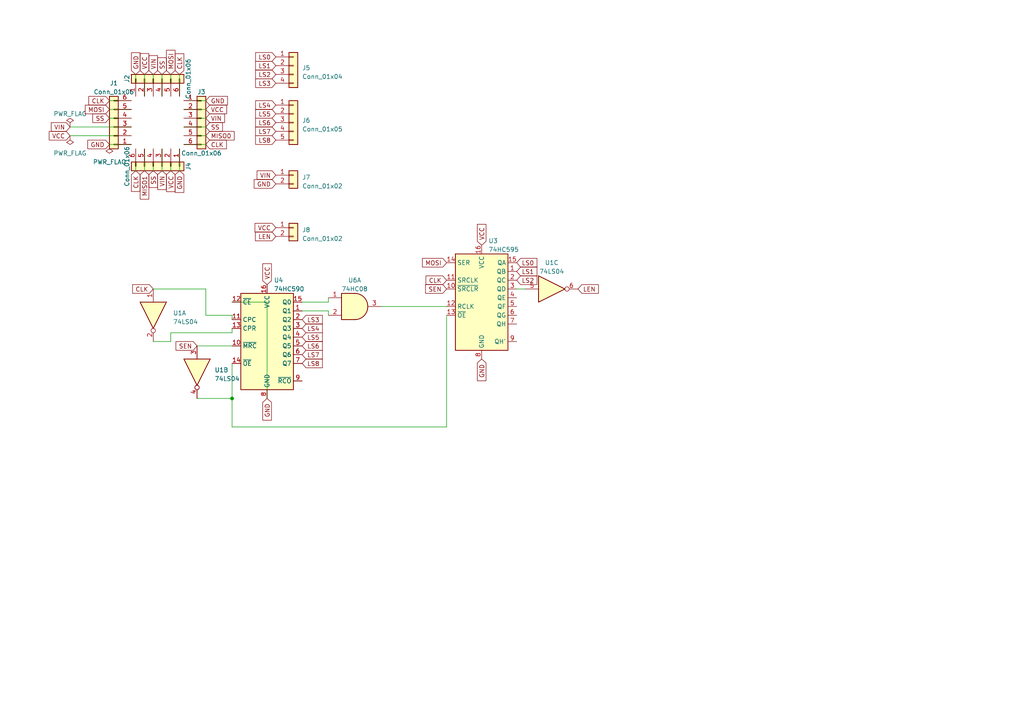
<source format=kicad_sch>
(kicad_sch (version 20230121) (generator eeschema)
  (paper "A4")
  (lib_symbols
    (symbol "74xx:74HC590"
      (property "Reference" "U" (at -7.62 16.51 0))
      (property "Value" "74HC590" (at -7.62 -13.97 0))
      (symbol "74HC590_1_0"
        (pin tri_state line (at 10.16 10.16 180) (length 2.54) (name "Q1") (number "1"))
        (pin input line (at -10.16 0 0) (length 2.54) (name "~{MRC}") (number "10"))
        (pin input line (at -10.16 7.62 0) (length 2.54) (name "CPC") (number "11"))
        (pin input line (at -10.16 12.7 0) (length 2.54) (name "~{CE}") (number "12"))
        (pin input line (at -10.16 5.08 0) (length 2.54) (name "CPR") (number "13"))
        (pin input line (at -10.16 -5.08 0) (length 2.54) (name "~{OE}") (number "14"))
        (pin tri_state line (at 10.16 12.7 180) (length 2.54) (name "Q0") (number "15"))
        (pin power_in line (at 0 17.78 270) (length 2.54) (name "VCC") (number "16"))
        (pin tri_state line (at 10.16 7.62 180) (length 2.54) (name "Q2") (number "2"))
        (pin tri_state line (at 10.16 5.08 180) (length 2.54) (name "Q3") (number "3"))
        (pin tri_state line (at 10.16 2.54 180) (length 2.54) (name "Q4") (number "4"))
        (pin tri_state line (at 10.16 0 180) (length 2.54) (name "Q5") (number "5"))
        (pin tri_state line (at 10.16 -2.54 180) (length 2.54) (name "Q6") (number "6"))
        (pin tri_state line (at 10.16 -5.08 180) (length 2.54) (name "Q7") (number "7"))
        (pin power_in line (at 0 -15.24 90) (length 2.54) (name "GND") (number "8"))
        (pin output line (at 10.16 -10.16 180) (length 2.54) (name "~{RCO}") (number "9"))
      )
      (symbol "74HC590_1_1"
        (rectangle (start -7.62 15.24) (end 7.62 -12.7) (stroke (width 0.254)) (fill (type background)))
      )
    )
    (symbol "74xx:74HC595"
      (property "Reference" "U" (at -7.62 13.97 0))
      (property "Value" "74HC595" (at -7.62 -16.51 0))
      (symbol "74HC595_1_0"
        (pin tri_state line (at 10.16 7.62 180) (length 2.54) (name "QB") (number "1"))
        (pin input line (at -10.16 2.54 0) (length 2.54) (name "~{SRCLR}") (number "10"))
        (pin input line (at -10.16 5.08 0) (length 2.54) (name "SRCLK") (number "11"))
        (pin input line (at -10.16 -2.54 0) (length 2.54) (name "RCLK") (number "12"))
        (pin input line (at -10.16 -5.08 0) (length 2.54) (name "~{OE}") (number "13"))
        (pin input line (at -10.16 10.16 0) (length 2.54) (name "SER") (number "14"))
        (pin tri_state line (at 10.16 10.16 180) (length 2.54) (name "QA") (number "15"))
        (pin power_in line (at 0 15.24 270) (length 2.54) (name "VCC") (number "16"))
        (pin tri_state line (at 10.16 5.08 180) (length 2.54) (name "QC") (number "2"))
        (pin tri_state line (at 10.16 2.54 180) (length 2.54) (name "QD") (number "3"))
        (pin tri_state line (at 10.16 0 180) (length 2.54) (name "QE") (number "4"))
        (pin tri_state line (at 10.16 -2.54 180) (length 2.54) (name "QF") (number "5"))
        (pin tri_state line (at 10.16 -5.08 180) (length 2.54) (name "QG") (number "6"))
        (pin tri_state line (at 10.16 -7.62 180) (length 2.54) (name "QH") (number "7"))
        (pin power_in line (at 0 -17.78 90) (length 2.54) (name "GND") (number "8"))
        (pin output line (at 10.16 -12.7 180) (length 2.54) (name "QH'") (number "9"))
      )
      (symbol "74HC595_1_1"
        (rectangle (start -7.62 12.7) (end 7.62 -15.24) (stroke (width 0.254)) (fill (type background)))
      )
    )
    (symbol "74xx:74LS04"
      (property "Reference" "U" (at 0 1.27 0))
      (property "Value" "74LS04" (at 0 -1.27 0))
      (symbol "74LS04_1_0"
        (polyline (pts (xy -3.81 3.81) (xy -3.81 -3.81) (xy 3.81 0) (xy -3.81 3.81)) (stroke (width 0.254)) (fill (type background)))
        (pin input line (at -7.62 0 0) (length 3.81) (name "~") (number "1"))
        (pin output inverted (at 7.62 0 180) (length 3.81) (name "~") (number "2"))
      )
      (symbol "74LS04_2_0"
        (polyline (pts (xy -3.81 3.81) (xy -3.81 -3.81) (xy 3.81 0) (xy -3.81 3.81)) (stroke (width 0.254)) (fill (type background)))
        (pin input line (at -7.62 0 0) (length 3.81) (name "~") (number "3"))
        (pin output inverted (at 7.62 0 180) (length 3.81) (name "~") (number "4"))
      )
      (symbol "74LS04_3_0"
        (polyline (pts (xy -3.81 3.81) (xy -3.81 -3.81) (xy 3.81 0) (xy -3.81 3.81)) (stroke (width 0.254)) (fill (type background)))
        (pin input line (at -7.62 0 0) (length 3.81) (name "~") (number "5"))
        (pin output inverted (at 7.62 0 180) (length 3.81) (name "~") (number "6"))
      )
      (symbol "74LS04_4_0"
        (polyline (pts (xy -3.81 3.81) (xy -3.81 -3.81) (xy 3.81 0) (xy -3.81 3.81)) (stroke (width 0.254)) (fill (type background)))
        (pin output inverted (at 7.62 0 180) (length 3.81) (name "~") (number "8"))
        (pin input line (at -7.62 0 0) (length 3.81) (name "~") (number "9"))
      )
      (symbol "74LS04_5_0"
        (polyline (pts (xy -3.81 3.81) (xy -3.81 -3.81) (xy 3.81 0) (xy -3.81 3.81)) (stroke (width 0.254)) (fill (type background)))
        (pin output inverted (at 7.62 0 180) (length 3.81) (name "~") (number "10"))
        (pin input line (at -7.62 0 0) (length 3.81) (name "~") (number "11"))
      )
      (symbol "74LS04_6_0"
        (polyline (pts (xy -3.81 3.81) (xy -3.81 -3.81) (xy 3.81 0) (xy -3.81 3.81)) (stroke (width 0.254)) (fill (type background)))
        (pin output inverted (at 7.62 0 180) (length 3.81) (name "~") (number "12"))
        (pin input line (at -7.62 0 0) (length 3.81) (name "~") (number "13"))
      )
      (symbol "74LS04_7_0"
        (pin power_in line (at 0 12.7 270) (length 5.08) (name "VCC") (number "14"))
        (pin power_in line (at 0 -12.7 90) (length 5.08) (name "GND") (number "7"))
      )
      (symbol "74LS04_7_1"
        (rectangle (start -5.08 7.62) (end 5.08 -7.62) (stroke (width 0.254)) (fill (type background)))
      )
    )
    (symbol "Connector_Generic:Conn_01x02" (pin_names (offset 1.016) hide)
      (property "Reference" "J" (at 0 2.54 0))
      (property "Value" "Conn_01x02" (at 0 -5.08 0))
      (symbol "Conn_01x02_1_1"
        (rectangle (start -1.27 -2.413) (end 0 -2.667) (stroke (width 0.1524)))
        (rectangle (start -1.27 0.127) (end 0 -0.127) (stroke (width 0.1524)))
        (rectangle (start -1.27 1.27) (end 1.27 -3.81) (stroke (width 0.254)) (fill (type background)))
        (pin passive line (at -5.08 0 0) (length 3.81) (name "Pin_1") (number "1"))
        (pin passive line (at -5.08 -2.54 0) (length 3.81) (name "Pin_2") (number "2"))
      )
    )
    (symbol "Connector_Generic:Conn_01x04" (pin_names (offset 1.016) hide)
      (property "Reference" "J" (at 0 5.08 0))
      (property "Value" "Conn_01x04" (at 0 -7.62 0))
      (symbol "Conn_01x04_1_1"
        (rectangle (start -1.27 -4.953) (end 0 -5.207) (stroke (width 0.1524)))
        (rectangle (start -1.27 -2.413) (end 0 -2.667) (stroke (width 0.1524)))
        (rectangle (start -1.27 0.127) (end 0 -0.127) (stroke (width 0.1524)))
        (rectangle (start -1.27 2.667) (end 0 2.413) (stroke (width 0.1524)))
        (rectangle (start -1.27 3.81) (end 1.27 -6.35) (stroke (width 0.254)) (fill (type background)))
        (pin passive line (at -5.08 2.54 0) (length 3.81) (name "Pin_1") (number "1"))
        (pin passive line (at -5.08 0 0) (length 3.81) (name "Pin_2") (number "2"))
        (pin passive line (at -5.08 -2.54 0) (length 3.81) (name "Pin_3") (number "3"))
        (pin passive line (at -5.08 -5.08 0) (length 3.81) (name "Pin_4") (number "4"))
      )
    )
    (symbol "Connector_Generic:Conn_01x05" (pin_names (offset 1.016) hide)
      (property "Reference" "J" (at 0 7.62 0))
      (property "Value" "Conn_01x05" (at 0 -7.62 0))
      (symbol "Conn_01x05_1_1"
        (rectangle (start -1.27 -4.953) (end 0 -5.207) (stroke (width 0.1524)))
        (rectangle (start -1.27 -2.413) (end 0 -2.667) (stroke (width 0.1524)))
        (rectangle (start -1.27 0.127) (end 0 -0.127) (stroke (width 0.1524)))
        (rectangle (start -1.27 2.667) (end 0 2.413) (stroke (width 0.1524)))
        (rectangle (start -1.27 5.207) (end 0 4.953) (stroke (width 0.1524)))
        (rectangle (start -1.27 6.35) (end 1.27 -6.35) (stroke (width 0.254)) (fill (type background)))
        (pin passive line (at -5.08 5.08 0) (length 3.81) (name "Pin_1") (number "1"))
        (pin passive line (at -5.08 2.54 0) (length 3.81) (name "Pin_2") (number "2"))
        (pin passive line (at -5.08 0 0) (length 3.81) (name "Pin_3") (number "3"))
        (pin passive line (at -5.08 -2.54 0) (length 3.81) (name "Pin_4") (number "4"))
        (pin passive line (at -5.08 -5.08 0) (length 3.81) (name "Pin_5") (number "5"))
      )
    )
    (symbol "Connector_Generic:Conn_01x06" (pin_names (offset 1.016) hide)
      (property "Reference" "J" (at 0 7.62 0))
      (property "Value" "Conn_01x06" (at 0 -10.16 0))
      (symbol "Conn_01x06_1_1"
        (rectangle (start -1.27 -7.493) (end 0 -7.747) (stroke (width 0.1524)))
        (rectangle (start -1.27 -4.953) (end 0 -5.207) (stroke (width 0.1524)))
        (rectangle (start -1.27 -2.413) (end 0 -2.667) (stroke (width 0.1524)))
        (rectangle (start -1.27 0.127) (end 0 -0.127) (stroke (width 0.1524)))
        (rectangle (start -1.27 2.667) (end 0 2.413) (stroke (width 0.1524)))
        (rectangle (start -1.27 5.207) (end 0 4.953) (stroke (width 0.1524)))
        (rectangle (start -1.27 6.35) (end 1.27 -8.89) (stroke (width 0.254)) (fill (type background)))
        (pin passive line (at -5.08 5.08 0) (length 3.81) (name "Pin_1") (number "1"))
        (pin passive line (at -5.08 2.54 0) (length 3.81) (name "Pin_2") (number "2"))
        (pin passive line (at -5.08 0 0) (length 3.81) (name "Pin_3") (number "3"))
        (pin passive line (at -5.08 -2.54 0) (length 3.81) (name "Pin_4") (number "4"))
        (pin passive line (at -5.08 -5.08 0) (length 3.81) (name "Pin_5") (number "5"))
        (pin passive line (at -5.08 -7.62 0) (length 3.81) (name "Pin_6") (number "6"))
      )
    )
    (symbol "TacTile:74HC08" (pin_names (offset 1.016))
      (property "Reference" "U" (at 0 1.27 0))
      (property "Value" "74HC08" (at 0 -1.27 0))
      (symbol "74HC08_1_1"
        (arc (start 0 -3.81) (mid 3.7934 0) (end 0 3.81) (stroke (width 0.254)) (fill (type background)))
        (polyline (pts (xy 0 3.81) (xy -3.81 3.81) (xy -3.81 -3.81) (xy 0 -3.81)) (stroke (width 0.254)) (fill (type background)))
        (pin input line (at -7.62 2.54 0) (length 3.81) (name "~") (number "1"))
        (pin input line (at -7.62 -2.54 0) (length 3.81) (name "~") (number "2"))
        (pin output line (at 7.62 0 180) (length 3.81) (name "~") (number "3"))
      )
      (symbol "74HC08_1_2"
        (arc (start -3.81 -3.81) (mid -2.589 0) (end -3.81 3.81) (stroke (width 0.254)))
        (arc (start -0.6096 -3.81) (mid 2.1842 -2.5851) (end 3.81 0) (stroke (width 0.254)) (fill (type background)))
        (polyline (pts (xy -3.81 -3.81) (xy -0.635 -3.81)) (stroke (width 0.254)) (fill (type background)))
        (polyline (pts (xy -3.81 3.81) (xy -0.635 3.81)) (stroke (width 0.254)) (fill (type background)))
        (polyline (pts (xy -0.635 3.81) (xy -3.81 3.81) (xy -3.81 3.81) (xy -3.556 3.4036) (xy -3.0226 2.2606) (xy -2.6924 1.0414) (xy -2.6162 -0.254) (xy -2.7686 -1.4986) (xy -3.175 -2.7178) (xy -3.81 -3.81) (xy -3.81 -3.81) (xy -0.635 -3.81)) (stroke (width -25.4)) (fill (type background)))
        (arc (start 3.81 0) (mid 2.1915 2.5936) (end -0.6096 3.81) (stroke (width 0.254)) (fill (type background)))
        (pin input inverted (at -7.62 2.54 0) (length 4.318) (name "~") (number "1"))
        (pin input inverted (at -7.62 -2.54 0) (length 4.318) (name "~") (number "2"))
        (pin output line (at 7.62 0 180) (length 3.81) (name "~") (number "3"))
      )
      (symbol "74HC08_2_1"
        (arc (start 0 -3.81) (mid 3.7934 0) (end 0 3.81) (stroke (width 0.254)) (fill (type background)))
        (polyline (pts (xy 0 3.81) (xy -3.81 3.81) (xy -3.81 -3.81) (xy 0 -3.81)) (stroke (width 0.254)) (fill (type background)))
        (pin input line (at -7.62 2.54 0) (length 3.81) (name "~") (number "4"))
        (pin input line (at -7.62 -2.54 0) (length 3.81) (name "~") (number "5"))
        (pin output line (at 7.62 0 180) (length 3.81) (name "~") (number "6"))
      )
      (symbol "74HC08_2_2"
        (arc (start -3.81 -3.81) (mid -2.589 0) (end -3.81 3.81) (stroke (width 0.254)))
        (arc (start -0.6096 -3.81) (mid 2.1842 -2.5851) (end 3.81 0) (stroke (width 0.254)) (fill (type background)))
        (polyline (pts (xy -3.81 -3.81) (xy -0.635 -3.81)) (stroke (width 0.254)) (fill (type background)))
        (polyline (pts (xy -3.81 3.81) (xy -0.635 3.81)) (stroke (width 0.254)) (fill (type background)))
        (polyline (pts (xy -0.635 3.81) (xy -3.81 3.81) (xy -3.81 3.81) (xy -3.556 3.4036) (xy -3.0226 2.2606) (xy -2.6924 1.0414) (xy -2.6162 -0.254) (xy -2.7686 -1.4986) (xy -3.175 -2.7178) (xy -3.81 -3.81) (xy -3.81 -3.81) (xy -0.635 -3.81)) (stroke (width -25.4)) (fill (type background)))
        (arc (start 3.81 0) (mid 2.1915 2.5936) (end -0.6096 3.81) (stroke (width 0.254)) (fill (type background)))
        (pin input inverted (at -7.62 2.54 0) (length 4.318) (name "~") (number "4"))
        (pin input inverted (at -7.62 -2.54 0) (length 4.318) (name "~") (number "5"))
        (pin output line (at 7.62 0 180) (length 3.81) (name "~") (number "6"))
      )
      (symbol "74HC08_3_1"
        (arc (start 0 -3.81) (mid 3.7934 0) (end 0 3.81) (stroke (width 0.254)) (fill (type background)))
        (polyline (pts (xy 0 3.81) (xy -3.81 3.81) (xy -3.81 -3.81) (xy 0 -3.81)) (stroke (width 0.254)) (fill (type background)))
        (pin input line (at -7.62 -2.54 0) (length 3.81) (name "~") (number "10"))
        (pin output line (at 7.62 0 180) (length 3.81) (name "~") (number "8"))
        (pin input line (at -7.62 2.54 0) (length 3.81) (name "~") (number "9"))
      )
      (symbol "74HC08_3_2"
        (arc (start -3.81 -3.81) (mid -2.589 0) (end -3.81 3.81) (stroke (width 0.254)))
        (arc (start -0.6096 -3.81) (mid 2.1842 -2.5851) (end 3.81 0) (stroke (width 0.254)) (fill (type background)))
        (polyline (pts (xy -3.81 -3.81) (xy -0.635 -3.81)) (stroke (width 0.254)) (fill (type background)))
        (polyline (pts (xy -3.81 3.81) (xy -0.635 3.81)) (stroke (width 0.254)) (fill (type background)))
        (polyline (pts (xy -0.635 3.81) (xy -3.81 3.81) (xy -3.81 3.81) (xy -3.556 3.4036) (xy -3.0226 2.2606) (xy -2.6924 1.0414) (xy -2.6162 -0.254) (xy -2.7686 -1.4986) (xy -3.175 -2.7178) (xy -3.81 -3.81) (xy -3.81 -3.81) (xy -0.635 -3.81)) (stroke (width -25.4)) (fill (type background)))
        (arc (start 3.81 0) (mid 2.1915 2.5936) (end -0.6096 3.81) (stroke (width 0.254)) (fill (type background)))
        (pin input inverted (at -7.62 -2.54 0) (length 4.318) (name "~") (number "10"))
        (pin output line (at 7.62 0 180) (length 3.81) (name "~") (number "8"))
        (pin input inverted (at -7.62 2.54 0) (length 4.318) (name "~") (number "9"))
      )
      (symbol "74HC08_4_1"
        (arc (start 0 -3.81) (mid 3.7934 0) (end 0 3.81) (stroke (width 0.254)) (fill (type background)))
        (polyline (pts (xy 0 3.81) (xy -3.81 3.81) (xy -3.81 -3.81) (xy 0 -3.81)) (stroke (width 0.254)) (fill (type background)))
        (pin output line (at 7.62 0 180) (length 3.81) (name "~") (number "11"))
        (pin input line (at -7.62 2.54 0) (length 3.81) (name "~") (number "12"))
        (pin input line (at -7.62 -2.54 0) (length 3.81) (name "~") (number "13"))
      )
      (symbol "74HC08_4_2"
        (arc (start -3.81 -3.81) (mid -2.589 0) (end -3.81 3.81) (stroke (width 0.254)))
        (arc (start -0.6096 -3.81) (mid 2.1842 -2.5851) (end 3.81 0) (stroke (width 0.254)) (fill (type background)))
        (polyline (pts (xy -3.81 -3.81) (xy -0.635 -3.81)) (stroke (width 0.254)) (fill (type background)))
        (polyline (pts (xy -3.81 3.81) (xy -0.635 3.81)) (stroke (width 0.254)) (fill (type background)))
        (polyline (pts (xy -0.635 3.81) (xy -3.81 3.81) (xy -3.81 3.81) (xy -3.556 3.4036) (xy -3.0226 2.2606) (xy -2.6924 1.0414) (xy -2.6162 -0.254) (xy -2.7686 -1.4986) (xy -3.175 -2.7178) (xy -3.81 -3.81) (xy -3.81 -3.81) (xy -0.635 -3.81)) (stroke (width -25.4)) (fill (type background)))
        (arc (start 3.81 0) (mid 2.1915 2.5936) (end -0.6096 3.81) (stroke (width 0.254)) (fill (type background)))
        (pin output line (at 7.62 0 180) (length 3.81) (name "~") (number "11"))
        (pin input inverted (at -7.62 2.54 0) (length 4.318) (name "~") (number "12"))
        (pin input inverted (at -7.62 -2.54 0) (length 4.318) (name "~") (number "13"))
      )
      (symbol "74HC08_5_0"
        (pin power_in line (at 0 12.7 270) (length 5.08) (name "VCC") (number "14"))
        (pin power_in line (at 0 -12.7 90) (length 5.08) (name "GND") (number "7"))
      )
      (symbol "74HC08_5_1"
        (rectangle (start -5.08 7.62) (end 5.08 -7.62) (stroke (width 0.254)) (fill (type background)))
      )
    )
    (symbol "power:PWR_FLAG" (power) (pin_numbers hide) (pin_names (offset 0) hide)
      (property "Value" "PWR_FLAG" (at 0 3.81 0))
      (symbol "PWR_FLAG_0_0"
        (pin power_out line (at 0 0 90) (length 0) (name "pwr") (number "1"))
      )
      (symbol "PWR_FLAG_0_1"
        (polyline (pts (xy 0 0) (xy 0 1.27) (xy -1.016 1.905) (xy 0 2.54) (xy 1.016 1.905) (xy 0 1.27)))
      )
    )
  )
  (junction (at 67.31 115.57))
  (wire (pts (xy 67.31 123.825) (xy 129.54 123.825)))
  (wire (pts (xy 46.99 21.59) (xy 46.99 27.94)))
  (wire (pts (xy 49.53 43.18) (xy 49.53 49.53)))
  (wire (pts (xy 67.31 91.44) (xy 67.31 92.71)))
  (wire (pts (xy 41.91 43.18) (xy 41.91 49.53)))
  (wire (pts (xy 53.34 39.37) (xy 59.69 39.37)))
  (wire (pts (xy 39.37 21.59) (xy 39.37 27.94)))
  (wire (pts (xy 59.69 83.82) (xy 44.45 83.82)))
  (wire (pts (xy 49.53 96.52) (xy 67.31 96.52)))
  (wire (pts (xy 44.45 21.59) (xy 44.45 27.94)))
  (wire (pts (xy 129.54 123.825) (xy 129.54 91.44)))
  (wire (pts (xy 31.75 34.29) (xy 38.1 34.29)))
  (wire (pts (xy 53.34 34.29) (xy 59.69 34.29)))
  (wire (pts (xy 31.75 41.91) (xy 38.1 41.91)))
  (wire (pts (xy 67.31 91.44) (xy 59.69 91.44)))
  (wire (pts (xy 149.86 83.82) (xy 152.4 83.82)))
  (wire (pts (xy 31.75 31.75) (xy 38.1 31.75)))
  (wire (pts (xy 67.31 96.52) (xy 67.31 95.25)))
  (wire (pts (xy 57.15 100.33) (xy 67.31 100.33)))
  (wire (pts (xy 77.47 87.63) (xy 77.47 115.57)))
  (wire (pts (xy 31.75 29.21) (xy 38.1 29.21)))
  (wire (pts (xy 20.32 39.37) (xy 38.1 39.37)))
  (wire (pts (xy 52.07 21.59) (xy 52.07 27.94)))
  (wire (pts (xy 46.99 43.18) (xy 46.99 49.53)))
  (wire (pts (xy 41.91 21.59) (xy 41.91 27.94)))
  (wire (pts (xy 39.37 43.18) (xy 39.37 49.53)))
  (wire (pts (xy 110.49 88.9) (xy 129.54 88.9)))
  (wire (pts (xy 67.31 115.57) (xy 67.31 105.41)))
  (wire (pts (xy 49.53 99.06) (xy 49.53 96.52)))
  (wire (pts (xy 87.63 87.63) (xy 95.25 87.63)))
  (wire (pts (xy 57.15 115.57) (xy 67.31 115.57)))
  (wire (pts (xy 67.31 87.63) (xy 77.47 87.63)))
  (wire (pts (xy 87.63 90.17) (xy 95.25 90.17)))
  (wire (pts (xy 44.45 99.06) (xy 49.53 99.06)))
  (wire (pts (xy 95.25 87.63) (xy 95.25 86.36)))
  (wire (pts (xy 52.07 43.18) (xy 52.07 49.53)))
  (wire (pts (xy 44.45 43.18) (xy 44.45 49.53)))
  (wire (pts (xy 59.69 91.44) (xy 59.69 83.82)))
  (wire (pts (xy 95.25 90.17) (xy 95.25 91.44)))
  (wire (pts (xy 53.34 31.75) (xy 59.69 31.75)))
  (wire (pts (xy 49.53 21.59) (xy 49.53 27.94)))
  (wire (pts (xy 53.34 41.91) (xy 59.69 41.91)))
  (wire (pts (xy 67.31 115.57) (xy 67.31 123.825)))
  (wire (pts (xy 53.34 29.21) (xy 59.69 29.21)))
  (wire (pts (xy 53.34 36.83) (xy 59.69 36.83)))
  (wire (pts (xy 20.32 36.83) (xy 38.1 36.83)))
  (global_label "GND" (shape input) (at 31.75 41.91 180) (property "Intersheetrefs" "${INTERSHEET_REFS}" (effects hide)))
  (global_label "VIN" (shape input) (at 46.99 49.53 270) (property "Intersheetrefs" "${INTERSHEET_REFS}" (effects hide)))
  (global_label "SEN" (shape input) (at 129.54 83.82 180) (property "Intersheetrefs" "${INTERSHEET_REFS}" (effects hide)))
  (global_label "LEN" (shape input) (at 167.64 83.82 0) (property "Intersheetrefs" "${INTERSHEET_REFS}" (effects hide)))
  (global_label "LS8" (shape input) (at 80.01 40.64 180) (property "Intersheetrefs" "${INTERSHEET_REFS}" (effects hide)))
  (global_label "GND" (shape input) (at 80.01 53.34 180) (property "Intersheetrefs" "${INTERSHEET_REFS}" (effects hide)))
  (global_label "LS7" (shape input) (at 80.01 38.1 180) (property "Intersheetrefs" "${INTERSHEET_REFS}" (effects hide)))
  (global_label "VIN" (shape input) (at 44.45 21.59 90) (property "Intersheetrefs" "${INTERSHEET_REFS}" (effects hide)))
  (global_label "MOSI" (shape input) (at 49.53 21.59 90) (property "Intersheetrefs" "${INTERSHEET_REFS}" (effects hide)))
  (global_label "CLK" (shape input) (at 52.07 21.59 90) (property "Intersheetrefs" "${INTERSHEET_REFS}" (effects hide)))
  (global_label "MOSI" (shape input) (at 31.75 31.75 180) (property "Intersheetrefs" "${INTERSHEET_REFS}" (effects hide)))
  (global_label "VCC" (shape input) (at 49.53 49.53 270) (property "Intersheetrefs" "${INTERSHEET_REFS}" (effects hide)))
  (global_label "VCC" (shape input) (at 80.01 66.04 180) (property "Intersheetrefs" "${INTERSHEET_REFS}" (effects hide)))
  (global_label "SS" (shape input) (at 46.99 21.59 90) (property "Intersheetrefs" "${INTERSHEET_REFS}" (effects hide)))
  (global_label "LS4" (shape input) (at 80.01 30.48 180) (property "Intersheetrefs" "${INTERSHEET_REFS}" (effects hide)))
  (global_label "LS5" (shape input) (at 80.01 33.02 180) (property "Intersheetrefs" "${INTERSHEET_REFS}" (effects hide)))
  (global_label "SEN" (shape input) (at 57.15 100.33 180) (property "Intersheetrefs" "${INTERSHEET_REFS}" (effects hide)))
  (global_label "LS4" (shape input) (at 87.63 95.25 0) (property "Intersheetrefs" "${INTERSHEET_REFS}" (effects hide)))
  (global_label "VIN" (shape input) (at 20.32 36.83 180) (property "Intersheetrefs" "${INTERSHEET_REFS}" (effects hide)))
  (global_label "LS6" (shape input) (at 87.63 100.33 0) (property "Intersheetrefs" "${INTERSHEET_REFS}" (effects hide)))
  (global_label "MISO1" (shape input) (at 41.91 49.53 270) (property "Intersheetrefs" "${INTERSHEET_REFS}" (effects hide)))
  (global_label "GND" (shape input) (at 139.7 104.14 270) (property "Intersheetrefs" "${INTERSHEET_REFS}" (effects hide)))
  (global_label "VCC" (shape input) (at 59.69 31.75 0) (property "Intersheetrefs" "${INTERSHEET_REFS}" (effects hide)))
  (global_label "MOSI" (shape input) (at 129.54 76.2 180) (property "Intersheetrefs" "${INTERSHEET_REFS}" (effects hide)))
  (global_label "CLK" (shape input) (at 59.69 41.91 0) (property "Intersheetrefs" "${INTERSHEET_REFS}" (effects hide)))
  (global_label "VIN" (shape input) (at 80.01 50.8 180) (property "Intersheetrefs" "${INTERSHEET_REFS}" (effects hide)))
  (global_label "LS2" (shape input) (at 149.86 81.28 0) (property "Intersheetrefs" "${INTERSHEET_REFS}" (effects hide)))
  (global_label "VCC" (shape input) (at 77.47 82.55 90) (property "Intersheetrefs" "${INTERSHEET_REFS}" (effects hide)))
  (global_label "LEN" (shape input) (at 80.01 68.58 180) (property "Intersheetrefs" "${INTERSHEET_REFS}" (effects hide)))
  (global_label "LS1" (shape input) (at 149.86 78.74 0) (property "Intersheetrefs" "${INTERSHEET_REFS}" (effects hide)))
  (global_label "LS3" (shape input) (at 80.01 24.13 180) (property "Intersheetrefs" "${INTERSHEET_REFS}" (effects hide)))
  (global_label "LS3" (shape input) (at 87.63 92.71 0) (property "Intersheetrefs" "${INTERSHEET_REFS}" (effects hide)))
  (global_label "SS" (shape input) (at 44.45 49.53 270) (property "Intersheetrefs" "${INTERSHEET_REFS}" (effects hide)))
  (global_label "LS0" (shape input) (at 149.86 76.2 0) (property "Intersheetrefs" "${INTERSHEET_REFS}" (effects hide)))
  (global_label "LS5" (shape input) (at 87.63 97.79 0) (property "Intersheetrefs" "${INTERSHEET_REFS}" (effects hide)))
  (global_label "LS1" (shape input) (at 80.01 19.05 180) (property "Intersheetrefs" "${INTERSHEET_REFS}" (effects hide)))
  (global_label "GND" (shape input) (at 52.07 49.53 270) (property "Intersheetrefs" "${INTERSHEET_REFS}" (effects hide)))
  (global_label "VCC" (shape input) (at 41.91 21.59 90) (property "Intersheetrefs" "${INTERSHEET_REFS}" (effects hide)))
  (global_label "GND" (shape input) (at 77.47 115.57 270) (property "Intersheetrefs" "${INTERSHEET_REFS}" (effects hide)))
  (global_label "CLK" (shape input) (at 39.37 49.53 270) (property "Intersheetrefs" "${INTERSHEET_REFS}" (effects hide)))
  (global_label "LS7" (shape input) (at 87.63 102.87 0) (property "Intersheetrefs" "${INTERSHEET_REFS}" (effects hide)))
  (global_label "CLK" (shape input) (at 44.45 83.82 180) (property "Intersheetrefs" "${INTERSHEET_REFS}" (effects hide)))
  (global_label "SS" (shape input) (at 59.69 36.83 0) (property "Intersheetrefs" "${INTERSHEET_REFS}" (effects hide)))
  (global_label "LS2" (shape input) (at 80.01 21.59 180) (property "Intersheetrefs" "${INTERSHEET_REFS}" (effects hide)))
  (global_label "GND" (shape input) (at 59.69 29.21 0) (property "Intersheetrefs" "${INTERSHEET_REFS}" (effects hide)))
  (global_label "CLK" (shape input) (at 129.54 81.28 180) (property "Intersheetrefs" "${INTERSHEET_REFS}" (effects hide)))
  (global_label "LS8" (shape input) (at 87.63 105.41 0) (property "Intersheetrefs" "${INTERSHEET_REFS}" (effects hide)))
  (global_label "SS" (shape input) (at 31.75 34.29 180) (property "Intersheetrefs" "${INTERSHEET_REFS}" (effects hide)))
  (global_label "VCC" (shape input) (at 139.7 71.12 90) (property "Intersheetrefs" "${INTERSHEET_REFS}" (effects hide)))
  (global_label "GND" (shape input) (at 39.37 21.59 90) (property "Intersheetrefs" "${INTERSHEET_REFS}" (effects hide)))
  (global_label "LS6" (shape input) (at 80.01 35.56 180) (property "Intersheetrefs" "${INTERSHEET_REFS}" (effects hide)))
  (global_label "VIN" (shape input) (at 59.69 34.29 0) (property "Intersheetrefs" "${INTERSHEET_REFS}" (effects hide)))
  (global_label "MISO0" (shape input) (at 59.69 39.37 0) (property "Intersheetrefs" "${INTERSHEET_REFS}" (effects hide)))
  (global_label "CLK" (shape input) (at 31.75 29.21 180) (property "Intersheetrefs" "${INTERSHEET_REFS}" (effects hide)))
  (global_label "VCC" (shape input) (at 20.32 39.37 180) (property "Intersheetrefs" "${INTERSHEET_REFS}" (effects hide)))
  (global_label "LS0" (shape input) (at 80.01 16.51 180) (property "Intersheetrefs" "${INTERSHEET_REFS}" (effects hide)))
  (symbol (lib_id "74xx:74HC595") (at 139.7 86.36 0) (unit 1)
    (property "Reference" "U3" (at 141.6559 69.85 0) (effects (justify left)))
    (property "Value" "74HC595" (at 141.6559 72.39 0) (effects (justify left)))
    (property "Footprint" "Package_DIP:DIP-16_W7.62mm" (effects hide))
    (property "Datasheet" "http://www.ti.com/lit/ds/symlink/sn74hc595.pdf" (effects hide))
  )
  (symbol (lib_id "74xx:74LS04") (at 57.15 107.95 270) (unit 2)
    (property "Reference" "U1" (at 62.23 107.315 90) (effects (justify left)))
    (property "Value" "74LS04" (at 62.23 109.855 90) (effects (justify left)))
    (property "Footprint" "Package_DIP:DIP-14_W7.62mm" (effects hide))
    (property "Datasheet" "http://www.ti.com/lit/gpn/sn74LS04" (effects hide))
  )
  (symbol (lib_id "power:PWR_FLAG") (at 31.75 41.91 180) (unit 1)
    (property "Reference" "#FLG03" (effects hide))
    (property "Value" "PWR_FLAG" (at 31.75 46.99 0))
  )
  (symbol (lib_id "Connector_Generic:Conn_01x05") (at 85.09 35.56 0) (unit 1)
    (property "Reference" "J6" (at 87.63 34.925 0) (effects (justify left)))
    (property "Value" "Conn_01x05" (at 87.63 37.465 0) (effects (justify left)))
    (property "Footprint" "Connector_PinSocket_2.54mm:PinSocket_1x05_P2.54mm_Vertical" (effects hide))
  )
  (symbol (lib_id "power:PWR_FLAG") (at 20.32 36.83 0) (unit 1)
    (property "Reference" "#FLG01" (effects hide))
    (property "Value" "PWR_FLAG" (at 20.32 33.02 0))
  )
  (symbol (lib_id "Connector_Generic:Conn_01x06") (at 44.45 22.86 90) (unit 1)
    (property "Reference" "J2" (at 36.83 22.86 0))
    (property "Value" "Conn_01x06" (at 54.61 22.86 0))
    (property "Footprint" "Connector_PinSocket_2.54mm:PinSocket_1x06_P2.54mm_Horizontal" (effects hide))
  )
  (symbol (lib_id "Connector_Generic:Conn_01x06") (at 58.42 34.29 0) (unit 1)
    (property "Reference" "J3" (at 58.42 26.67 0))
    (property "Value" "Conn_01x06" (at 58.42 44.45 0))
    (property "Footprint" "Connector_PinHeader_2.54mm:PinHeader_1x06_P2.54mm_Horizontal" (effects hide))
  )
  (symbol (lib_id "TacTile:74HC08") (at 102.87 88.9 0) (unit 1)
    (property "Reference" "U6" (at 102.8617 81.28 0))
    (property "Value" "74HC08" (at 102.8617 83.82 0))
    (property "Datasheet" "https://www.ti.com/lit/ds/symlink/cd74hct08.pdf" (effects hide))
  )
  (symbol (lib_id "Connector_Generic:Conn_01x02") (at 85.09 66.04 0) (unit 1)
    (property "Reference" "J8" (at 87.63 66.675 0) (effects (justify left)))
    (property "Value" "Conn_01x02" (at 87.63 69.215 0) (effects (justify left)))
    (property "Footprint" "Connector_PinSocket_2.54mm:PinSocket_1x02_P2.54mm_Vertical" (effects hide))
  )
  (symbol (lib_id "74xx:74LS04") (at 160.02 83.82 0) (unit 3)
    (property "Reference" "U1" (at 160.02 76.2 0))
    (property "Value" "74LS04" (at 160.02 78.74 0))
    (property "Footprint" "Package_DIP:DIP-14_W7.62mm" (effects hide))
    (property "Datasheet" "http://www.ti.com/lit/gpn/sn74LS04" (effects hide))
  )
  (symbol (lib_id "Connector_Generic:Conn_01x04") (at 85.09 19.05 0) (unit 1)
    (property "Reference" "J5" (at 87.63 19.685 0) (effects (justify left)))
    (property "Value" "Conn_01x04" (at 87.63 22.225 0) (effects (justify left)))
    (property "Footprint" "Connector_PinSocket_2.54mm:PinSocket_1x04_P2.54mm_Vertical" (effects hide))
  )
  (symbol (lib_id "Connector_Generic:Conn_01x02") (at 85.09 50.8 0) (unit 1)
    (property "Reference" "J7" (at 87.63 51.435 0) (effects (justify left)))
    (property "Value" "Conn_01x02" (at 87.63 53.975 0) (effects (justify left)))
    (property "Footprint" "Connector_PinSocket_2.54mm:PinSocket_1x02_P2.54mm_Vertical" (effects hide))
  )
  (symbol (lib_id "74xx:74LS04") (at 44.45 91.44 270) (unit 1)
    (property "Reference" "U1" (at 50.165 90.805 90) (effects (justify left)))
    (property "Value" "74LS04" (at 50.165 93.345 90) (effects (justify left)))
    (property "Footprint" "Package_DIP:DIP-14_W7.62mm" (effects hide))
    (property "Datasheet" "http://www.ti.com/lit/gpn/sn74LS04" (effects hide))
  )
  (symbol (lib_id "Connector_Generic:Conn_01x06") (at 33.02 36.83 180) (unit 1)
    (property "Reference" "J1" (at 33.02 24.13 0))
    (property "Value" "Conn_01x06" (at 33.02 26.67 0))
    (property "Footprint" "Connector_PinSocket_2.54mm:PinSocket_1x06_P2.54mm_Horizontal" (effects hide))
  )
  (symbol (lib_id "Connector_Generic:Conn_01x06") (at 46.99 48.26 270) (unit 1)
    (property "Reference" "J4" (at 54.61 48.26 0))
    (property "Value" "Conn_01x06" (at 36.83 48.26 0))
    (property "Footprint" "Connector_PinHeader_2.54mm:PinHeader_1x06_P2.54mm_Horizontal" (effects hide))
  )
  (symbol (lib_id "power:PWR_FLAG") (at 20.32 39.37 180) (unit 1)
    (property "Reference" "#FLG02" (effects hide))
    (property "Value" "PWR_FLAG" (at 20.32 44.45 0))
  )
  (symbol (lib_id "74xx:74HC590") (at 77.47 100.33 0) (unit 1)
    (property "Reference" "U4" (at 79.4259 81.28 0) (effects (justify left)))
    (property "Value" "74HC590" (at 79.4259 83.82 0) (effects (justify left)))
    (property "Footprint" "Package_DIP:DIP-16_W7.62mm" (effects hide))
    (property "Datasheet" "https://assets.nexperia.com/documents/data-sheet/74HC590.pdf" (effects hide))
  )
  (sheet (at 308.61 2.54) (size 130.81 109.22) (stroke (width 0.1524))
    (property "Sheetname" "Daisy_Chain_Addresser" (at 308.61 1.8284 0) (effects (justify left bottom)))
    (property "Sheetfile" "Daisy_Chain_Addresser.kicad_sch" (at 308.61 112.3446 0) (effects (justify left top)))
  )
)
</source>
